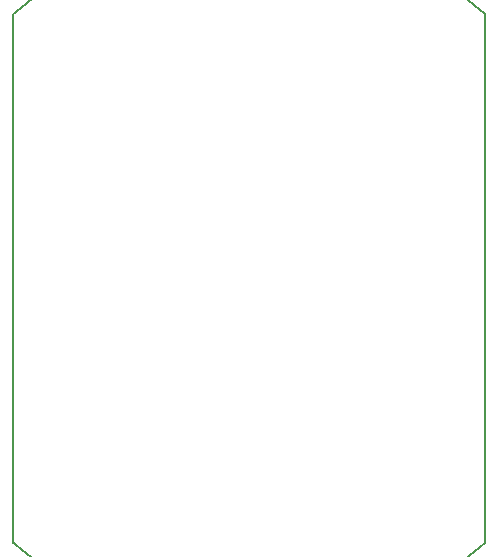
<source format=gm1>
%TF.GenerationSoftware,KiCad,Pcbnew,7.0.6*%
%TF.CreationDate,2024-01-07T21:19:13+01:00*%
%TF.ProjectId,esp-lamp,6573702d-6c61-46d7-902e-6b696361645f,rev?*%
%TF.SameCoordinates,Original*%
%TF.FileFunction,Profile,NP*%
%FSLAX46Y46*%
G04 Gerber Fmt 4.6, Leading zero omitted, Abs format (unit mm)*
G04 Created by KiCad (PCBNEW 7.0.6) date 2024-01-07 21:19:13*
%MOMM*%
%LPD*%
G01*
G04 APERTURE LIST*
%TA.AperFunction,Profile*%
%ADD10C,0.200000*%
%TD*%
G04 APERTURE END LIST*
D10*
X153999999Y-77639321D02*
G75*
G03*
X114000001Y-77639321I-19999999J-22360680D01*
G01*
X114000000Y-77639320D02*
X114000000Y-122360680D01*
X114000001Y-122360679D02*
G75*
G03*
X153999999Y-122360679I19999999J22360680D01*
G01*
X154000000Y-77639320D02*
X154000000Y-122360680D01*
M02*

</source>
